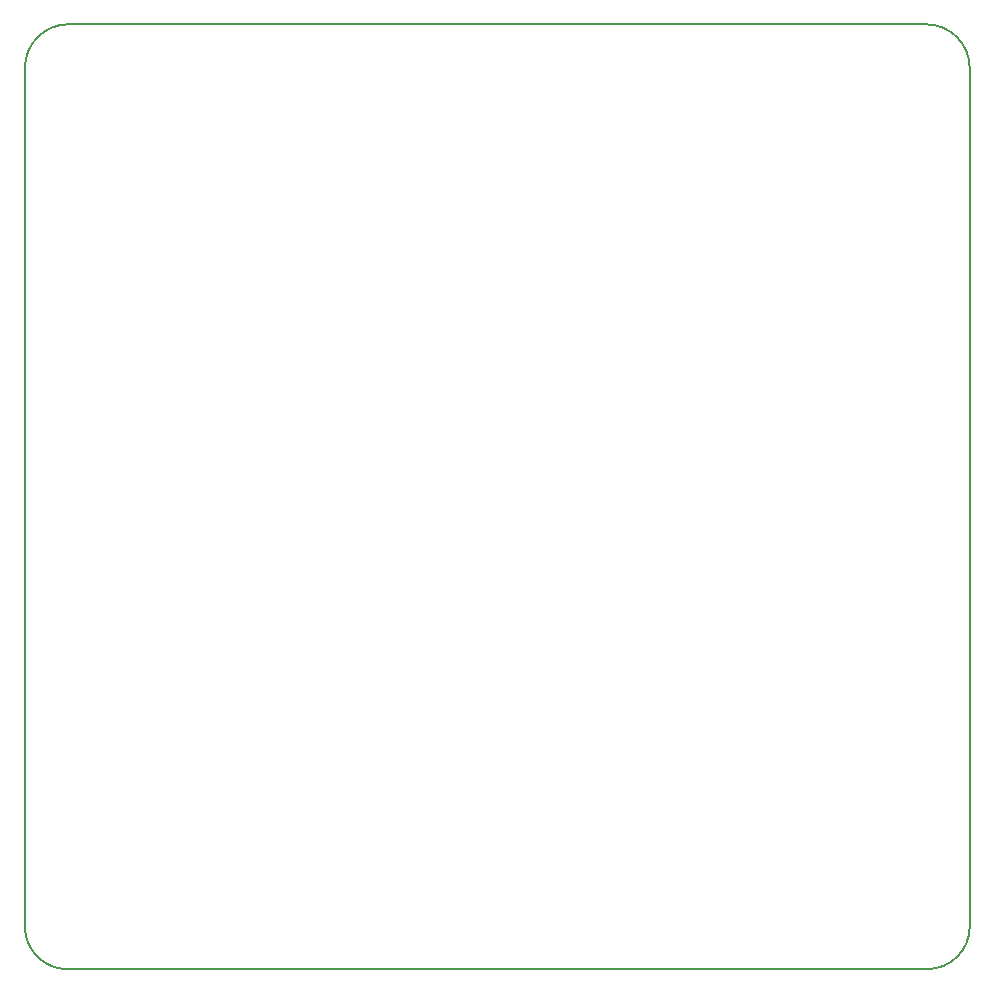
<source format=gbr>
%TF.GenerationSoftware,KiCad,Pcbnew,9.0.3*%
%TF.CreationDate,2025-07-24T13:36:42+02:00*%
%TF.ProjectId,LED-driver-Board,4c45442d-6472-4697-9665-722d426f6172,rev?*%
%TF.SameCoordinates,Original*%
%TF.FileFunction,Profile,NP*%
%FSLAX46Y46*%
G04 Gerber Fmt 4.6, Leading zero omitted, Abs format (unit mm)*
G04 Created by KiCad (PCBNEW 9.0.3) date 2025-07-24 13:36:42*
%MOMM*%
%LPD*%
G01*
G04 APERTURE LIST*
%TA.AperFunction,Profile*%
%ADD10C,0.200000*%
%TD*%
G04 APERTURE END LIST*
D10*
X70000000Y-64700000D02*
G75*
G02*
X73700000Y-61000000I3700000J0D01*
G01*
X73600000Y-141000000D02*
G75*
G02*
X70000000Y-137400000I0J3600000D01*
G01*
X146400000Y-141000000D02*
X73600000Y-141000000D01*
X146300000Y-61000000D02*
G75*
G02*
X150000000Y-64700000I0J-3700000D01*
G01*
X150000000Y-64700000D02*
X150000000Y-137400000D01*
X73700000Y-61000000D02*
X146300000Y-61000000D01*
X150000000Y-137400000D02*
G75*
G02*
X146400000Y-141000000I-3600000J0D01*
G01*
X70000000Y-137400000D02*
X70000000Y-64700000D01*
M02*

</source>
